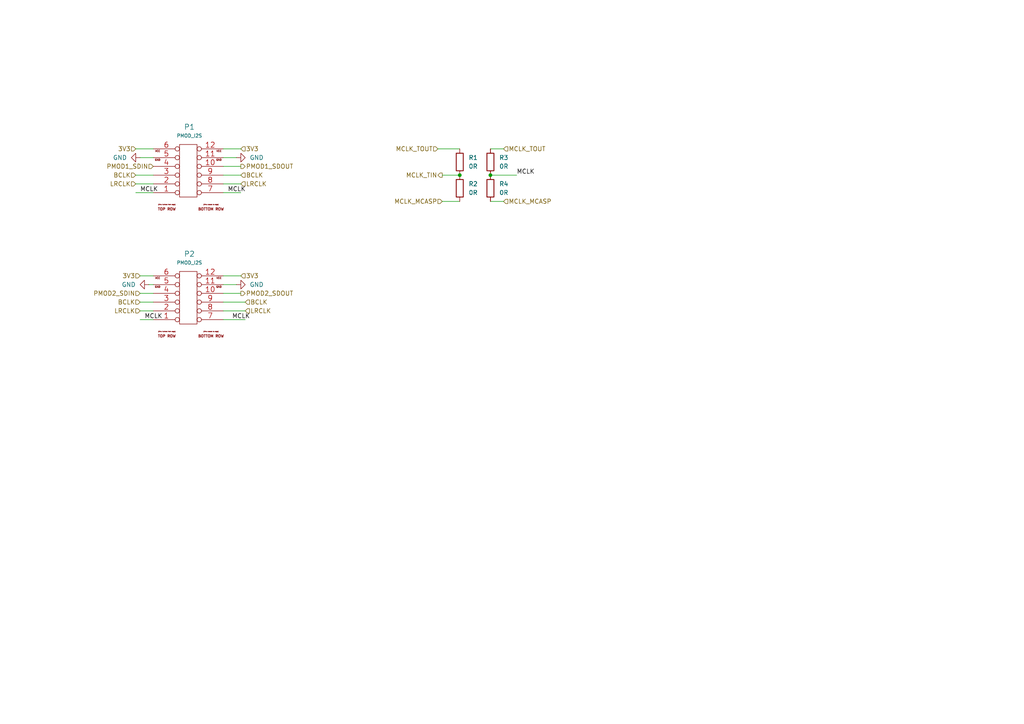
<source format=kicad_sch>
(kicad_sch (version 20250114) (generator "eeschema") (generator_version "9.0")
  (paper "A4")
  (title_block (company "Kebag Logic: kebag-logic.com") (comment 3 "This source describes Open Hardware and is licensed under the\nCERN-OHL-S v2.0.\nYou may redistribute and modify this documentation and make products\nusing it under the terms of the CERN-OHL-S v2.0 (https://cern.ch/ohl)."))
  (lib_symbols
    (symbol "Device:R" (pin_numbers (hide yes)) (pin_names (offset 0))
      (property "Reference" "R" (at 2.032 0 90))
      (property "Value" "R" (at 0 0 90))
      (symbol "R_0_1"
        (rectangle (start -1.016 -2.54) (end 1.016 2.54) (stroke (width 0.254)))
      )
      (symbol "R_1_1"
        (pin passive line (at 0 3.81 270) (length 1.27) (name "~") (number "1"))
        (pin passive line (at 0 -3.81 90) (length 1.27) (name "~") (number "2"))
      )
    )
    (symbol "pmod:PMOD-Device-x2-Type-Generic-Alt" (pin_names (offset 1.016) (hide yes))
      (property "Reference" "P" (at 2.54 16.51 0))
      (property "Value" "PMOD-Device-x2-Type-Generic-Alt" (at 2.286 -1.016 0))
      (symbol "PMOD-Device-x2-Type-Generic-Alt_0_0"
        (text "GND" (at -6.35 4.445 0) (effects (font (size 0.508 0.508))))
        (text "VCC" (at -6.35 1.905 0) (effects (font (size 0.508 0.508))))
        (text "BOTTOM ROW" (at -4.064 18.288 0) (effects (font (size 0.762 0.762)) (justify top)))
        (text "(Pins closest to edge)" (at -4.064 17.272 0) (effects (font (size 0.254 0.254)) (justify top)))
        (text "TOP ROW" (at 8.763 18.288 0) (effects (font (size 0.762 0.762)) (justify top)))
        (text "(Pins furthest from edge)" (at 8.763 17.272 0) (effects (font (size 0.254 0.254)) (justify top)))
        (text "GND" (at 11.43 4.445 0) (effects (font (size 0.508 0.508))))
        (text "VCC" (at 11.43 1.905 0) (effects (font (size 0.508 0.508))))
      )
      (symbol "PMOD-Device-x2-Type-Generic-Alt_0_1"
        (rectangle (start 5.08 15.24) (end 0 0))
      )
      (symbol "PMOD-Device-x2-Type-Generic-Alt_1_1"
        (pin passive inverted (at -7.62 13.97 0) (length 7.62) (name "P7") (number "7"))
        (pin passive inverted (at -7.62 11.43 0) (length 7.62) (name "P8") (number "8"))
        (pin passive inverted (at -7.62 8.89 0) (length 7.62) (name "P9") (number "9"))
        (pin passive inverted (at -7.62 6.35 0) (length 7.62) (name "P10") (number "10"))
        (pin passive inverted (at -7.62 3.81 0) (length 7.62) (name "P11") (number "11"))
        (pin passive inverted (at -7.62 1.27 0) (length 7.62) (name "P12") (number "12"))
        (pin passive inverted (at 12.7 13.97 180) (length 7.62) (name "P1") (number "1"))
        (pin passive inverted (at 12.7 11.43 180) (length 7.62) (name "P2") (number "2"))
        (pin passive inverted (at 12.7 8.89 180) (length 7.62) (name "P3") (number "3"))
        (pin passive inverted (at 12.7 6.35 180) (length 7.62) (name "P4") (number "4"))
        (pin passive inverted (at 12.7 3.81 180) (length 7.62) (name "P5") (number "5"))
        (pin passive inverted (at 12.7 1.27 180) (length 7.62) (name "P6") (number "6"))
      )
    )
    (symbol "power:GND" (power) (pin_numbers (hide yes)) (pin_names (offset 0) (hide yes))
      (property "Value" "GND" (at 0 -3.81 0))
      (symbol "GND_0_1"
        (polyline (pts (xy 0 0) (xy 0 -1.27) (xy 1.27 -1.27) (xy 0 -2.54) (xy -1.27 -1.27) (xy 0 -1.27)))
      )
      (symbol "GND_1_1"
        (pin power_in line (at 0 0 270) (length 0) (name "~") (number "1"))
      )
    )
  )
  (junction (at 133.35 50.8))
  (junction (at 142.24 50.8))
  (wire (pts (xy 64.77 90.17) (xy 71.12 90.17)))
  (wire (pts (xy 142.24 50.8) (xy 149.86 50.8)))
  (wire (pts (xy 128.27 50.8) (xy 133.35 50.8)))
  (wire (pts (xy 39.37 53.34) (xy 44.45 53.34)))
  (wire (pts (xy 40.64 92.71) (xy 44.45 92.71)))
  (wire (pts (xy 68.58 45.72) (xy 64.77 45.72)))
  (wire (pts (xy 69.85 43.18) (xy 64.77 43.18)))
  (wire (pts (xy 69.85 48.26) (xy 64.77 48.26)))
  (wire (pts (xy 40.64 80.01) (xy 44.45 80.01)))
  (wire (pts (xy 40.64 45.72) (xy 44.45 45.72)))
  (wire (pts (xy 43.18 82.55) (xy 44.45 82.55)))
  (wire (pts (xy 71.12 87.63) (xy 64.77 87.63)))
  (wire (pts (xy 69.85 55.88) (xy 64.77 55.88)))
  (wire (pts (xy 39.37 50.8) (xy 44.45 50.8)))
  (wire (pts (xy 64.77 50.8) (xy 69.85 50.8)))
  (wire (pts (xy 40.64 87.63) (xy 44.45 87.63)))
  (wire (pts (xy 68.58 82.55) (xy 64.77 82.55)))
  (wire (pts (xy 69.85 80.01) (xy 64.77 80.01)))
  (wire (pts (xy 128.27 58.42) (xy 133.35 58.42)))
  (wire (pts (xy 127 43.18) (xy 133.35 43.18)))
  (wire (pts (xy 69.85 85.09) (xy 64.77 85.09)))
  (wire (pts (xy 40.64 90.17) (xy 44.45 90.17)))
  (wire (pts (xy 142.24 58.42) (xy 146.05 58.42)))
  (wire (pts (xy 142.24 43.18) (xy 146.05 43.18)))
  (wire (pts (xy 39.37 55.88) (xy 44.45 55.88)))
  (wire (pts (xy 39.37 43.18) (xy 44.45 43.18)))
  (wire (pts (xy 69.85 53.34) (xy 64.77 53.34)))
  (wire (pts (xy 64.77 92.71) (xy 71.12 92.71)))
  (wire (pts (xy 40.64 85.09) (xy 44.45 85.09)))
  (label "MCLK" (at 40.64 55.88 0))
  (label "MCLK" (at 149.86 50.8 0))
  (label "MCLK" (at 66.04 55.88 0))
  (label "MCLK" (at 41.91 92.71 0))
  (label "MCLK" (at 67.31 92.71 0))
  (hierarchical_label "MCLK_TOUT" (shape input) (at 127 43.18 180))
  (hierarchical_label "BCLK" (shape input) (at 40.64 87.63 180))
  (hierarchical_label "LRCLK" (shape input) (at 71.12 90.17 0))
  (hierarchical_label "3V3" (shape input) (at 40.64 80.01 180))
  (hierarchical_label "3V3" (shape input) (at 69.85 80.01 0))
  (hierarchical_label "PMOD2_SDOUT" (shape output) (at 69.85 85.09 0))
  (hierarchical_label "MCLK_TIN" (shape output) (at 128.27 50.8 180))
  (hierarchical_label "PMOD1_SDIN" (shape input) (at 44.45 48.26 180))
  (hierarchical_label "BCLK" (shape input) (at 71.12 87.63 0))
  (hierarchical_label "PMOD1_SDOUT" (shape output) (at 69.85 48.26 0))
  (hierarchical_label "3V3" (shape input) (at 39.37 43.18 180))
  (hierarchical_label "BCLK" (shape input) (at 69.85 50.8 0))
  (hierarchical_label "MCLK_TOUT" (shape input) (at 146.05 43.18 0))
  (hierarchical_label "LRCLK" (shape input) (at 69.85 53.34 0))
  (hierarchical_label "LRCLK" (shape input) (at 39.37 53.34 180))
  (hierarchical_label "BCLK" (shape input) (at 39.37 50.8 180))
  (hierarchical_label "MCLK_MCASP" (shape input) (at 128.27 58.42 180))
  (hierarchical_label "LRCLK" (shape input) (at 40.64 90.17 180))
  (hierarchical_label "3V3" (shape input) (at 69.85 43.18 0))
  (hierarchical_label "MCLK_MCASP" (shape input) (at 146.05 58.42 0))
  (hierarchical_label "PMOD2_SDIN" (shape input) (at 40.64 85.09 180))
  (symbol (lib_id "power:GND") (at 43.18 82.55 270) (unit 1)
    (property "Reference" "#PWR03" (effects (hide yes)))
    (property "Value" "GND" (at 39.37 82.5499 90) (effects (justify right)))
    (property "Description" "Power symbol creates a global label with name \"GND\" , ground" (effects (hide yes)))
  )
  (symbol (lib_id "Device:R") (at 142.24 46.99 0) (unit 1)
    (property "Reference" "R3" (at 144.78 45.7199 0) (effects (justify left)))
    (property "Value" "0R" (at 144.78 48.2599 0) (effects (justify left)))
    (property "Footprint" "Resistor_SMD:R_0402_1005Metric_Pad0.72x0.64mm_HandSolder" (effects (hide yes)))
    (property "Description" "Resistor" (effects (hide yes)))
  )
  (symbol (lib_id "Device:R") (at 142.24 54.61 0) (unit 1)
    (property "Reference" "R4" (at 144.78 53.3399 0) (effects (justify left)))
    (property "Value" "0R" (at 144.78 55.8799 0) (effects (justify left)))
    (property "Footprint" "Resistor_SMD:R_0402_1005Metric_Pad0.72x0.64mm_HandSolder" (effects (hide yes)))
    (property "Description" "Resistor" (effects (hide yes)))
  )
  (symbol (lib_id "power:GND") (at 40.64 45.72 270) (unit 1)
    (property "Reference" "#PWR02" (effects (hide yes)))
    (property "Value" "GND" (at 36.83 45.7199 90) (effects (justify right)))
    (property "Description" "Power symbol creates a global label with name \"GND\" , ground" (effects (hide yes)))
  )
  (symbol (lib_id "Device:R") (at 133.35 46.99 0) (unit 1)
    (property "Reference" "R1" (at 135.89 45.7199 0) (effects (justify left)))
    (property "Value" "0R" (at 135.89 48.2599 0) (effects (justify left)))
    (property "Footprint" "Resistor_SMD:R_0402_1005Metric_Pad0.72x0.64mm_HandSolder" (effects (hide yes)))
    (property "Description" "Resistor" (effects (hide yes)))
  )
  (symbol (lib_id "pmod:PMOD-Device-x2-Type-Generic-Alt") (at 57.15 41.91 180) (unit 1)
    (property "Reference" "P1" (at 54.9417 36.83 0) (effects (font (size 1.524 1.524))))
    (property "Value" "PMOD_I2S" (at 54.9417 39.37 0) (effects (font (size 0.9906 0.9906))))
    (property "Footprint" "Connector_PinHeader_2.54mm:PinHeader_2x06_P2.54mm_Vertical_SMD" (effects (hide yes)))
  )
  (symbol (lib_id "pmod:PMOD-Device-x2-Type-Generic-Alt") (at 57.15 78.74 180) (unit 1)
    (property "Reference" "P2" (at 54.9417 73.66 0) (effects (font (size 1.524 1.524))))
    (property "Value" "PMOD_I2S" (at 54.9417 76.2 0) (effects (font (size 0.9906 0.9906))))
    (property "Footprint" "Connector_PinHeader_2.54mm:PinHeader_2x06_P2.54mm_Vertical_SMD" (effects (hide yes)))
  )
  (symbol (lib_id "Device:R") (at 133.35 54.61 0) (unit 1)
    (property "Reference" "R2" (at 135.89 53.3399 0) (effects (justify left)))
    (property "Value" "0R" (at 135.89 55.8799 0) (effects (justify left)))
    (property "Footprint" "Resistor_SMD:R_0402_1005Metric_Pad0.72x0.64mm_HandSolder" (effects (hide yes)))
    (property "Description" "Resistor" (effects (hide yes)))
  )
  (symbol (lib_id "power:GND") (at 68.58 82.55 90) (unit 1)
    (property "Reference" "#PWR05" (effects (hide yes)))
    (property "Value" "GND" (at 72.39 82.5499 90) (effects (justify right)))
    (property "Description" "Power symbol creates a global label with name \"GND\" , ground" (effects (hide yes)))
  )
  (symbol (lib_id "power:GND") (at 68.58 45.72 90) (unit 1)
    (property "Reference" "#PWR04" (effects (hide yes)))
    (property "Value" "GND" (at 72.39 45.7199 90) (effects (justify right)))
    (property "Description" "Power symbol creates a global label with name \"GND\" , ground" (effects (hide yes)))
  )
)
</source>
